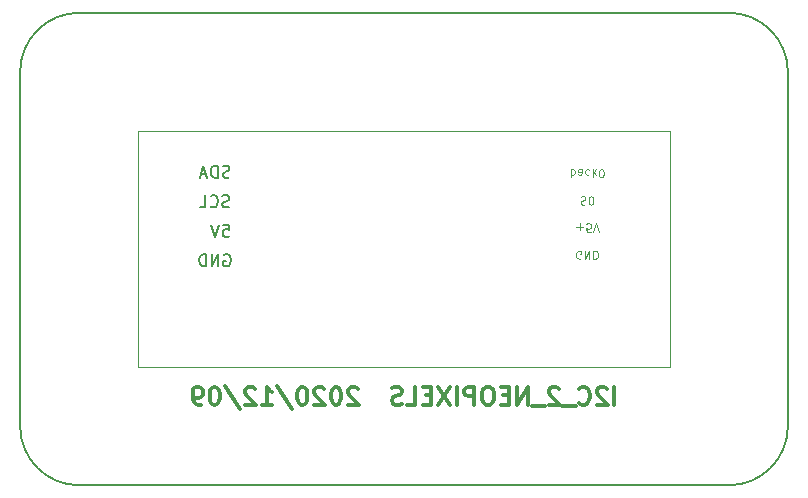
<source format=gbr>
%TF.GenerationSoftware,KiCad,Pcbnew,(5.1.6)-1*%
%TF.CreationDate,2020-12-10T00:03:04+01:00*%
%TF.ProjectId,06_I2C_2_NEOPIXELS,30365f49-3243-45f3-925f-4e454f504958,rev?*%
%TF.SameCoordinates,Original*%
%TF.FileFunction,Legend,Bot*%
%TF.FilePolarity,Positive*%
%FSLAX46Y46*%
G04 Gerber Fmt 4.6, Leading zero omitted, Abs format (unit mm)*
G04 Created by KiCad (PCBNEW (5.1.6)-1) date 2020-12-10 00:03:04*
%MOMM*%
%LPD*%
G01*
G04 APERTURE LIST*
%ADD10C,0.150000*%
%ADD11C,0.120000*%
%TA.AperFunction,Profile*%
%ADD12C,0.150000*%
%TD*%
%ADD13C,0.300000*%
%ADD14C,0.100000*%
G04 APERTURE END LIST*
D10*
X117261904Y-75500000D02*
X117357142Y-75452380D01*
X117500000Y-75452380D01*
X117642857Y-75500000D01*
X117738095Y-75595238D01*
X117785714Y-75690476D01*
X117833333Y-75880952D01*
X117833333Y-76023809D01*
X117785714Y-76214285D01*
X117738095Y-76309523D01*
X117642857Y-76404761D01*
X117500000Y-76452380D01*
X117404761Y-76452380D01*
X117261904Y-76404761D01*
X117214285Y-76357142D01*
X117214285Y-76023809D01*
X117404761Y-76023809D01*
X116785714Y-76452380D02*
X116785714Y-75452380D01*
X116214285Y-76452380D01*
X116214285Y-75452380D01*
X115738095Y-76452380D02*
X115738095Y-75452380D01*
X115500000Y-75452380D01*
X115357142Y-75500000D01*
X115261904Y-75595238D01*
X115214285Y-75690476D01*
X115166666Y-75880952D01*
X115166666Y-76023809D01*
X115214285Y-76214285D01*
X115261904Y-76309523D01*
X115357142Y-76404761D01*
X115500000Y-76452380D01*
X115738095Y-76452380D01*
X117190476Y-72952380D02*
X117666666Y-72952380D01*
X117714285Y-73428571D01*
X117666666Y-73380952D01*
X117571428Y-73333333D01*
X117333333Y-73333333D01*
X117238095Y-73380952D01*
X117190476Y-73428571D01*
X117142857Y-73523809D01*
X117142857Y-73761904D01*
X117190476Y-73857142D01*
X117238095Y-73904761D01*
X117333333Y-73952380D01*
X117571428Y-73952380D01*
X117666666Y-73904761D01*
X117714285Y-73857142D01*
X116857142Y-72952380D02*
X116523809Y-73952380D01*
X116190476Y-72952380D01*
X117690476Y-71404761D02*
X117547619Y-71452380D01*
X117309523Y-71452380D01*
X117214285Y-71404761D01*
X117166666Y-71357142D01*
X117119047Y-71261904D01*
X117119047Y-71166666D01*
X117166666Y-71071428D01*
X117214285Y-71023809D01*
X117309523Y-70976190D01*
X117500000Y-70928571D01*
X117595238Y-70880952D01*
X117642857Y-70833333D01*
X117690476Y-70738095D01*
X117690476Y-70642857D01*
X117642857Y-70547619D01*
X117595238Y-70500000D01*
X117500000Y-70452380D01*
X117261904Y-70452380D01*
X117119047Y-70500000D01*
X116119047Y-71357142D02*
X116166666Y-71404761D01*
X116309523Y-71452380D01*
X116404761Y-71452380D01*
X116547619Y-71404761D01*
X116642857Y-71309523D01*
X116690476Y-71214285D01*
X116738095Y-71023809D01*
X116738095Y-70880952D01*
X116690476Y-70690476D01*
X116642857Y-70595238D01*
X116547619Y-70500000D01*
X116404761Y-70452380D01*
X116309523Y-70452380D01*
X116166666Y-70500000D01*
X116119047Y-70547619D01*
X115214285Y-71452380D02*
X115690476Y-71452380D01*
X115690476Y-70452380D01*
X117714285Y-68904761D02*
X117571428Y-68952380D01*
X117333333Y-68952380D01*
X117238095Y-68904761D01*
X117190476Y-68857142D01*
X117142857Y-68761904D01*
X117142857Y-68666666D01*
X117190476Y-68571428D01*
X117238095Y-68523809D01*
X117333333Y-68476190D01*
X117523809Y-68428571D01*
X117619047Y-68380952D01*
X117666666Y-68333333D01*
X117714285Y-68238095D01*
X117714285Y-68142857D01*
X117666666Y-68047619D01*
X117619047Y-68000000D01*
X117523809Y-67952380D01*
X117285714Y-67952380D01*
X117142857Y-68000000D01*
X116714285Y-68952380D02*
X116714285Y-67952380D01*
X116476190Y-67952380D01*
X116333333Y-68000000D01*
X116238095Y-68095238D01*
X116190476Y-68190476D01*
X116142857Y-68380952D01*
X116142857Y-68523809D01*
X116190476Y-68714285D01*
X116238095Y-68809523D01*
X116333333Y-68904761D01*
X116476190Y-68952380D01*
X116714285Y-68952380D01*
X115761904Y-68666666D02*
X115285714Y-68666666D01*
X115857142Y-68952380D02*
X115523809Y-67952380D01*
X115190476Y-68952380D01*
D11*
X155000000Y-85000000D02*
X155000000Y-65000000D01*
X110000000Y-85000000D02*
X155000000Y-85000000D01*
D12*
X160000000Y-55000000D02*
G75*
G02*
X165000000Y-60000000I0J-5000000D01*
G01*
D11*
X110000000Y-65000000D02*
X110000000Y-85000000D01*
X155000000Y-65000000D02*
X110000000Y-65000000D01*
D12*
X165000000Y-90000000D02*
G75*
G02*
X160000000Y-95000000I-5000000J0D01*
G01*
X105000000Y-95000000D02*
G75*
G02*
X100000000Y-90000000I0J5000000D01*
G01*
X100000000Y-60000000D02*
G75*
G02*
X105000000Y-55000000I5000000J0D01*
G01*
X100000000Y-90000000D02*
X100000000Y-60000000D01*
X160000000Y-95000000D02*
X105000000Y-95000000D01*
X165000000Y-60000000D02*
X165000000Y-90000000D01*
X105000000Y-55000000D02*
X160000000Y-55000000D01*
D13*
X150321428Y-88178571D02*
X150321428Y-86678571D01*
X149678571Y-86821428D02*
X149607142Y-86750000D01*
X149464285Y-86678571D01*
X149107142Y-86678571D01*
X148964285Y-86750000D01*
X148892857Y-86821428D01*
X148821428Y-86964285D01*
X148821428Y-87107142D01*
X148892857Y-87321428D01*
X149750000Y-88178571D01*
X148821428Y-88178571D01*
X147321428Y-88035714D02*
X147392857Y-88107142D01*
X147607142Y-88178571D01*
X147750000Y-88178571D01*
X147964285Y-88107142D01*
X148107142Y-87964285D01*
X148178571Y-87821428D01*
X148250000Y-87535714D01*
X148250000Y-87321428D01*
X148178571Y-87035714D01*
X148107142Y-86892857D01*
X147964285Y-86750000D01*
X147750000Y-86678571D01*
X147607142Y-86678571D01*
X147392857Y-86750000D01*
X147321428Y-86821428D01*
X147035714Y-88321428D02*
X145892857Y-88321428D01*
X145607142Y-86821428D02*
X145535714Y-86750000D01*
X145392857Y-86678571D01*
X145035714Y-86678571D01*
X144892857Y-86750000D01*
X144821428Y-86821428D01*
X144750000Y-86964285D01*
X144750000Y-87107142D01*
X144821428Y-87321428D01*
X145678571Y-88178571D01*
X144750000Y-88178571D01*
X144464285Y-88321428D02*
X143321428Y-88321428D01*
X142964285Y-88178571D02*
X142964285Y-86678571D01*
X142107142Y-88178571D01*
X142107142Y-86678571D01*
X141392857Y-87392857D02*
X140892857Y-87392857D01*
X140678571Y-88178571D02*
X141392857Y-88178571D01*
X141392857Y-86678571D01*
X140678571Y-86678571D01*
X139750000Y-86678571D02*
X139464285Y-86678571D01*
X139321428Y-86750000D01*
X139178571Y-86892857D01*
X139107142Y-87178571D01*
X139107142Y-87678571D01*
X139178571Y-87964285D01*
X139321428Y-88107142D01*
X139464285Y-88178571D01*
X139750000Y-88178571D01*
X139892857Y-88107142D01*
X140035714Y-87964285D01*
X140107142Y-87678571D01*
X140107142Y-87178571D01*
X140035714Y-86892857D01*
X139892857Y-86750000D01*
X139750000Y-86678571D01*
X138464285Y-88178571D02*
X138464285Y-86678571D01*
X137892857Y-86678571D01*
X137750000Y-86750000D01*
X137678571Y-86821428D01*
X137607142Y-86964285D01*
X137607142Y-87178571D01*
X137678571Y-87321428D01*
X137750000Y-87392857D01*
X137892857Y-87464285D01*
X138464285Y-87464285D01*
X136964285Y-88178571D02*
X136964285Y-86678571D01*
X136392857Y-86678571D02*
X135392857Y-88178571D01*
X135392857Y-86678571D02*
X136392857Y-88178571D01*
X134821428Y-87392857D02*
X134321428Y-87392857D01*
X134107142Y-88178571D02*
X134821428Y-88178571D01*
X134821428Y-86678571D01*
X134107142Y-86678571D01*
X132750000Y-88178571D02*
X133464285Y-88178571D01*
X133464285Y-86678571D01*
X132321428Y-88107142D02*
X132107142Y-88178571D01*
X131750000Y-88178571D01*
X131607142Y-88107142D01*
X131535714Y-88035714D01*
X131464285Y-87892857D01*
X131464285Y-87750000D01*
X131535714Y-87607142D01*
X131607142Y-87535714D01*
X131750000Y-87464285D01*
X132035714Y-87392857D01*
X132178571Y-87321428D01*
X132250000Y-87250000D01*
X132321428Y-87107142D01*
X132321428Y-86964285D01*
X132250000Y-86821428D01*
X132178571Y-86750000D01*
X132035714Y-86678571D01*
X131678571Y-86678571D01*
X131464285Y-86750000D01*
X128607142Y-86821428D02*
X128535714Y-86750000D01*
X128392857Y-86678571D01*
X128035714Y-86678571D01*
X127892857Y-86750000D01*
X127821428Y-86821428D01*
X127750000Y-86964285D01*
X127750000Y-87107142D01*
X127821428Y-87321428D01*
X128678571Y-88178571D01*
X127750000Y-88178571D01*
X126821428Y-86678571D02*
X126678571Y-86678571D01*
X126535714Y-86750000D01*
X126464285Y-86821428D01*
X126392857Y-86964285D01*
X126321428Y-87250000D01*
X126321428Y-87607142D01*
X126392857Y-87892857D01*
X126464285Y-88035714D01*
X126535714Y-88107142D01*
X126678571Y-88178571D01*
X126821428Y-88178571D01*
X126964285Y-88107142D01*
X127035714Y-88035714D01*
X127107142Y-87892857D01*
X127178571Y-87607142D01*
X127178571Y-87250000D01*
X127107142Y-86964285D01*
X127035714Y-86821428D01*
X126964285Y-86750000D01*
X126821428Y-86678571D01*
X125750000Y-86821428D02*
X125678571Y-86750000D01*
X125535714Y-86678571D01*
X125178571Y-86678571D01*
X125035714Y-86750000D01*
X124964285Y-86821428D01*
X124892857Y-86964285D01*
X124892857Y-87107142D01*
X124964285Y-87321428D01*
X125821428Y-88178571D01*
X124892857Y-88178571D01*
X123964285Y-86678571D02*
X123821428Y-86678571D01*
X123678571Y-86750000D01*
X123607142Y-86821428D01*
X123535714Y-86964285D01*
X123464285Y-87250000D01*
X123464285Y-87607142D01*
X123535714Y-87892857D01*
X123607142Y-88035714D01*
X123678571Y-88107142D01*
X123821428Y-88178571D01*
X123964285Y-88178571D01*
X124107142Y-88107142D01*
X124178571Y-88035714D01*
X124250000Y-87892857D01*
X124321428Y-87607142D01*
X124321428Y-87250000D01*
X124250000Y-86964285D01*
X124178571Y-86821428D01*
X124107142Y-86750000D01*
X123964285Y-86678571D01*
X121750000Y-86607142D02*
X123035714Y-88535714D01*
X120464285Y-88178571D02*
X121321428Y-88178571D01*
X120892857Y-88178571D02*
X120892857Y-86678571D01*
X121035714Y-86892857D01*
X121178571Y-87035714D01*
X121321428Y-87107142D01*
X119892857Y-86821428D02*
X119821428Y-86750000D01*
X119678571Y-86678571D01*
X119321428Y-86678571D01*
X119178571Y-86750000D01*
X119107142Y-86821428D01*
X119035714Y-86964285D01*
X119035714Y-87107142D01*
X119107142Y-87321428D01*
X119964285Y-88178571D01*
X119035714Y-88178571D01*
X117321428Y-86607142D02*
X118607142Y-88535714D01*
X116535714Y-86678571D02*
X116392857Y-86678571D01*
X116250000Y-86750000D01*
X116178571Y-86821428D01*
X116107142Y-86964285D01*
X116035714Y-87250000D01*
X116035714Y-87607142D01*
X116107142Y-87892857D01*
X116178571Y-88035714D01*
X116250000Y-88107142D01*
X116392857Y-88178571D01*
X116535714Y-88178571D01*
X116678571Y-88107142D01*
X116750000Y-88035714D01*
X116821428Y-87892857D01*
X116892857Y-87607142D01*
X116892857Y-87250000D01*
X116821428Y-86964285D01*
X116750000Y-86821428D01*
X116678571Y-86750000D01*
X116535714Y-86678571D01*
X115321428Y-88178571D02*
X115035714Y-88178571D01*
X114892857Y-88107142D01*
X114821428Y-88035714D01*
X114678571Y-87821428D01*
X114607142Y-87535714D01*
X114607142Y-86964285D01*
X114678571Y-86821428D01*
X114750000Y-86750000D01*
X114892857Y-86678571D01*
X115178571Y-86678571D01*
X115321428Y-86750000D01*
X115392857Y-86821428D01*
X115464285Y-86964285D01*
X115464285Y-87321428D01*
X115392857Y-87464285D01*
X115321428Y-87535714D01*
X115178571Y-87607142D01*
X114892857Y-87607142D01*
X114750000Y-87535714D01*
X114678571Y-87464285D01*
X114607142Y-87321428D01*
D14*
X147466666Y-75800000D02*
X147400000Y-75833333D01*
X147300000Y-75833333D01*
X147200000Y-75800000D01*
X147133333Y-75733333D01*
X147100000Y-75666666D01*
X147066666Y-75533333D01*
X147066666Y-75433333D01*
X147100000Y-75300000D01*
X147133333Y-75233333D01*
X147200000Y-75166666D01*
X147300000Y-75133333D01*
X147366666Y-75133333D01*
X147466666Y-75166666D01*
X147500000Y-75200000D01*
X147500000Y-75433333D01*
X147366666Y-75433333D01*
X147800000Y-75133333D02*
X147800000Y-75833333D01*
X148200000Y-75133333D01*
X148200000Y-75833333D01*
X148533333Y-75133333D02*
X148533333Y-75833333D01*
X148700000Y-75833333D01*
X148800000Y-75800000D01*
X148866666Y-75733333D01*
X148900000Y-75666666D01*
X148933333Y-75533333D01*
X148933333Y-75433333D01*
X148900000Y-75300000D01*
X148866666Y-75233333D01*
X148800000Y-75166666D01*
X148700000Y-75133333D01*
X148533333Y-75133333D01*
X147100000Y-73100000D02*
X147633333Y-73100000D01*
X147366666Y-72833333D02*
X147366666Y-73366666D01*
X148300000Y-73533333D02*
X147966666Y-73533333D01*
X147933333Y-73200000D01*
X147966666Y-73233333D01*
X148033333Y-73266666D01*
X148200000Y-73266666D01*
X148266666Y-73233333D01*
X148300000Y-73200000D01*
X148333333Y-73133333D01*
X148333333Y-72966666D01*
X148300000Y-72900000D01*
X148266666Y-72866666D01*
X148200000Y-72833333D01*
X148033333Y-72833333D01*
X147966666Y-72866666D01*
X147933333Y-72900000D01*
X148533333Y-73533333D02*
X148766666Y-72833333D01*
X149000000Y-73533333D01*
X147466666Y-70566666D02*
X147566666Y-70533333D01*
X147733333Y-70533333D01*
X147800000Y-70566666D01*
X147833333Y-70600000D01*
X147866666Y-70666666D01*
X147866666Y-70733333D01*
X147833333Y-70800000D01*
X147800000Y-70833333D01*
X147733333Y-70866666D01*
X147600000Y-70900000D01*
X147533333Y-70933333D01*
X147500000Y-70966666D01*
X147466666Y-71033333D01*
X147466666Y-71100000D01*
X147500000Y-71166666D01*
X147533333Y-71200000D01*
X147600000Y-71233333D01*
X147766666Y-71233333D01*
X147866666Y-71200000D01*
X148300000Y-71233333D02*
X148366666Y-71233333D01*
X148433333Y-71200000D01*
X148466666Y-71166666D01*
X148500000Y-71100000D01*
X148533333Y-70966666D01*
X148533333Y-70800000D01*
X148500000Y-70666666D01*
X148466666Y-70600000D01*
X148433333Y-70566666D01*
X148366666Y-70533333D01*
X148300000Y-70533333D01*
X148233333Y-70566666D01*
X148200000Y-70600000D01*
X148166666Y-70666666D01*
X148133333Y-70800000D01*
X148133333Y-70966666D01*
X148166666Y-71100000D01*
X148200000Y-71166666D01*
X148233333Y-71200000D01*
X148300000Y-71233333D01*
X146616666Y-68233333D02*
X146616666Y-68933333D01*
X146616666Y-68666666D02*
X146683333Y-68700000D01*
X146816666Y-68700000D01*
X146883333Y-68666666D01*
X146916666Y-68633333D01*
X146950000Y-68566666D01*
X146950000Y-68366666D01*
X146916666Y-68300000D01*
X146883333Y-68266666D01*
X146816666Y-68233333D01*
X146683333Y-68233333D01*
X146616666Y-68266666D01*
X147550000Y-68233333D02*
X147550000Y-68600000D01*
X147516666Y-68666666D01*
X147450000Y-68700000D01*
X147316666Y-68700000D01*
X147250000Y-68666666D01*
X147550000Y-68266666D02*
X147483333Y-68233333D01*
X147316666Y-68233333D01*
X147250000Y-68266666D01*
X147216666Y-68333333D01*
X147216666Y-68400000D01*
X147250000Y-68466666D01*
X147316666Y-68500000D01*
X147483333Y-68500000D01*
X147550000Y-68533333D01*
X148183333Y-68266666D02*
X148116666Y-68233333D01*
X147983333Y-68233333D01*
X147916666Y-68266666D01*
X147883333Y-68300000D01*
X147850000Y-68366666D01*
X147850000Y-68566666D01*
X147883333Y-68633333D01*
X147916666Y-68666666D01*
X147983333Y-68700000D01*
X148116666Y-68700000D01*
X148183333Y-68666666D01*
X148483333Y-68233333D02*
X148483333Y-68933333D01*
X148550000Y-68500000D02*
X148750000Y-68233333D01*
X148750000Y-68700000D02*
X148483333Y-68433333D01*
X149183333Y-68933333D02*
X149250000Y-68933333D01*
X149316666Y-68900000D01*
X149350000Y-68866666D01*
X149383333Y-68800000D01*
X149416666Y-68666666D01*
X149416666Y-68500000D01*
X149383333Y-68366666D01*
X149350000Y-68300000D01*
X149316666Y-68266666D01*
X149250000Y-68233333D01*
X149183333Y-68233333D01*
X149116666Y-68266666D01*
X149083333Y-68300000D01*
X149050000Y-68366666D01*
X149016666Y-68500000D01*
X149016666Y-68666666D01*
X149050000Y-68800000D01*
X149083333Y-68866666D01*
X149116666Y-68900000D01*
X149183333Y-68933333D01*
M02*

</source>
